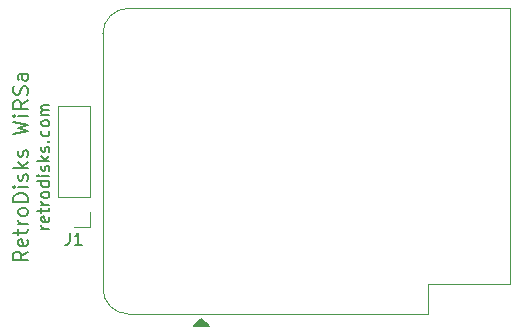
<source format=gbr>
%TF.GenerationSoftware,KiCad,Pcbnew,(6.0.4)*%
%TF.CreationDate,2022-04-21T20:48:54-05:00*%
%TF.ProjectId,WiRSa,57695253-612e-46b6-9963-61645f706362,rev?*%
%TF.SameCoordinates,Original*%
%TF.FileFunction,Legend,Top*%
%TF.FilePolarity,Positive*%
%FSLAX46Y46*%
G04 Gerber Fmt 4.6, Leading zero omitted, Abs format (unit mm)*
G04 Created by KiCad (PCBNEW (6.0.4)) date 2022-04-21 20:48:54*
%MOMM*%
%LPD*%
G01*
G04 APERTURE LIST*
%ADD10C,0.150000*%
%ADD11C,0.120000*%
G04 APERTURE END LIST*
D10*
X72207380Y-94138095D02*
X71540714Y-94138095D01*
X71731190Y-94138095D02*
X71635952Y-94090476D01*
X71588333Y-94042857D01*
X71540714Y-93947619D01*
X71540714Y-93852380D01*
X72159761Y-93138095D02*
X72207380Y-93233333D01*
X72207380Y-93423809D01*
X72159761Y-93519047D01*
X72064523Y-93566666D01*
X71683571Y-93566666D01*
X71588333Y-93519047D01*
X71540714Y-93423809D01*
X71540714Y-93233333D01*
X71588333Y-93138095D01*
X71683571Y-93090476D01*
X71778809Y-93090476D01*
X71874047Y-93566666D01*
X71540714Y-92804761D02*
X71540714Y-92423809D01*
X71207380Y-92661904D02*
X72064523Y-92661904D01*
X72159761Y-92614285D01*
X72207380Y-92519047D01*
X72207380Y-92423809D01*
X72207380Y-92090476D02*
X71540714Y-92090476D01*
X71731190Y-92090476D02*
X71635952Y-92042857D01*
X71588333Y-91995238D01*
X71540714Y-91900000D01*
X71540714Y-91804761D01*
X72207380Y-91328571D02*
X72159761Y-91423809D01*
X72112142Y-91471428D01*
X72016904Y-91519047D01*
X71731190Y-91519047D01*
X71635952Y-91471428D01*
X71588333Y-91423809D01*
X71540714Y-91328571D01*
X71540714Y-91185714D01*
X71588333Y-91090476D01*
X71635952Y-91042857D01*
X71731190Y-90995238D01*
X72016904Y-90995238D01*
X72112142Y-91042857D01*
X72159761Y-91090476D01*
X72207380Y-91185714D01*
X72207380Y-91328571D01*
X72207380Y-90138095D02*
X71207380Y-90138095D01*
X72159761Y-90138095D02*
X72207380Y-90233333D01*
X72207380Y-90423809D01*
X72159761Y-90519047D01*
X72112142Y-90566666D01*
X72016904Y-90614285D01*
X71731190Y-90614285D01*
X71635952Y-90566666D01*
X71588333Y-90519047D01*
X71540714Y-90423809D01*
X71540714Y-90233333D01*
X71588333Y-90138095D01*
X72207380Y-89661904D02*
X71540714Y-89661904D01*
X71207380Y-89661904D02*
X71255000Y-89709523D01*
X71302619Y-89661904D01*
X71255000Y-89614285D01*
X71207380Y-89661904D01*
X71302619Y-89661904D01*
X72159761Y-89233333D02*
X72207380Y-89138095D01*
X72207380Y-88947619D01*
X72159761Y-88852380D01*
X72064523Y-88804761D01*
X72016904Y-88804761D01*
X71921666Y-88852380D01*
X71874047Y-88947619D01*
X71874047Y-89090476D01*
X71826428Y-89185714D01*
X71731190Y-89233333D01*
X71683571Y-89233333D01*
X71588333Y-89185714D01*
X71540714Y-89090476D01*
X71540714Y-88947619D01*
X71588333Y-88852380D01*
X72207380Y-88376190D02*
X71207380Y-88376190D01*
X71826428Y-88280952D02*
X72207380Y-87995238D01*
X71540714Y-87995238D02*
X71921666Y-88376190D01*
X72159761Y-87614285D02*
X72207380Y-87519047D01*
X72207380Y-87328571D01*
X72159761Y-87233333D01*
X72064523Y-87185714D01*
X72016904Y-87185714D01*
X71921666Y-87233333D01*
X71874047Y-87328571D01*
X71874047Y-87471428D01*
X71826428Y-87566666D01*
X71731190Y-87614285D01*
X71683571Y-87614285D01*
X71588333Y-87566666D01*
X71540714Y-87471428D01*
X71540714Y-87328571D01*
X71588333Y-87233333D01*
X72112142Y-86757142D02*
X72159761Y-86709523D01*
X72207380Y-86757142D01*
X72159761Y-86804761D01*
X72112142Y-86757142D01*
X72207380Y-86757142D01*
X72159761Y-85852380D02*
X72207380Y-85947619D01*
X72207380Y-86138095D01*
X72159761Y-86233333D01*
X72112142Y-86280952D01*
X72016904Y-86328571D01*
X71731190Y-86328571D01*
X71635952Y-86280952D01*
X71588333Y-86233333D01*
X71540714Y-86138095D01*
X71540714Y-85947619D01*
X71588333Y-85852380D01*
X72207380Y-85280952D02*
X72159761Y-85376190D01*
X72112142Y-85423809D01*
X72016904Y-85471428D01*
X71731190Y-85471428D01*
X71635952Y-85423809D01*
X71588333Y-85376190D01*
X71540714Y-85280952D01*
X71540714Y-85138095D01*
X71588333Y-85042857D01*
X71635952Y-84995238D01*
X71731190Y-84947619D01*
X72016904Y-84947619D01*
X72112142Y-84995238D01*
X72159761Y-85042857D01*
X72207380Y-85138095D01*
X72207380Y-85280952D01*
X72207380Y-84519047D02*
X71540714Y-84519047D01*
X71635952Y-84519047D02*
X71588333Y-84471428D01*
X71540714Y-84376190D01*
X71540714Y-84233333D01*
X71588333Y-84138095D01*
X71683571Y-84090476D01*
X72207380Y-84090476D01*
X71683571Y-84090476D02*
X71588333Y-84042857D01*
X71540714Y-83947619D01*
X71540714Y-83804761D01*
X71588333Y-83709523D01*
X71683571Y-83661904D01*
X72207380Y-83661904D01*
X70415476Y-96072619D02*
X69820238Y-96489285D01*
X70415476Y-96786904D02*
X69165476Y-96786904D01*
X69165476Y-96310714D01*
X69225000Y-96191666D01*
X69284523Y-96132142D01*
X69403571Y-96072619D01*
X69582142Y-96072619D01*
X69701190Y-96132142D01*
X69760714Y-96191666D01*
X69820238Y-96310714D01*
X69820238Y-96786904D01*
X70355952Y-95060714D02*
X70415476Y-95179761D01*
X70415476Y-95417857D01*
X70355952Y-95536904D01*
X70236904Y-95596428D01*
X69760714Y-95596428D01*
X69641666Y-95536904D01*
X69582142Y-95417857D01*
X69582142Y-95179761D01*
X69641666Y-95060714D01*
X69760714Y-95001190D01*
X69879761Y-95001190D01*
X69998809Y-95596428D01*
X69582142Y-94644047D02*
X69582142Y-94167857D01*
X69165476Y-94465476D02*
X70236904Y-94465476D01*
X70355952Y-94405952D01*
X70415476Y-94286904D01*
X70415476Y-94167857D01*
X70415476Y-93751190D02*
X69582142Y-93751190D01*
X69820238Y-93751190D02*
X69701190Y-93691666D01*
X69641666Y-93632142D01*
X69582142Y-93513095D01*
X69582142Y-93394047D01*
X70415476Y-92798809D02*
X70355952Y-92917857D01*
X70296428Y-92977380D01*
X70177380Y-93036904D01*
X69820238Y-93036904D01*
X69701190Y-92977380D01*
X69641666Y-92917857D01*
X69582142Y-92798809D01*
X69582142Y-92620238D01*
X69641666Y-92501190D01*
X69701190Y-92441666D01*
X69820238Y-92382142D01*
X70177380Y-92382142D01*
X70296428Y-92441666D01*
X70355952Y-92501190D01*
X70415476Y-92620238D01*
X70415476Y-92798809D01*
X70415476Y-91846428D02*
X69165476Y-91846428D01*
X69165476Y-91548809D01*
X69225000Y-91370238D01*
X69344047Y-91251190D01*
X69463095Y-91191666D01*
X69701190Y-91132142D01*
X69879761Y-91132142D01*
X70117857Y-91191666D01*
X70236904Y-91251190D01*
X70355952Y-91370238D01*
X70415476Y-91548809D01*
X70415476Y-91846428D01*
X70415476Y-90596428D02*
X69582142Y-90596428D01*
X69165476Y-90596428D02*
X69225000Y-90655952D01*
X69284523Y-90596428D01*
X69225000Y-90536904D01*
X69165476Y-90596428D01*
X69284523Y-90596428D01*
X70355952Y-90060714D02*
X70415476Y-89941666D01*
X70415476Y-89703571D01*
X70355952Y-89584523D01*
X70236904Y-89525000D01*
X70177380Y-89525000D01*
X70058333Y-89584523D01*
X69998809Y-89703571D01*
X69998809Y-89882142D01*
X69939285Y-90001190D01*
X69820238Y-90060714D01*
X69760714Y-90060714D01*
X69641666Y-90001190D01*
X69582142Y-89882142D01*
X69582142Y-89703571D01*
X69641666Y-89584523D01*
X70415476Y-88989285D02*
X69165476Y-88989285D01*
X69939285Y-88870238D02*
X70415476Y-88513095D01*
X69582142Y-88513095D02*
X70058333Y-88989285D01*
X70355952Y-88036904D02*
X70415476Y-87917857D01*
X70415476Y-87679761D01*
X70355952Y-87560714D01*
X70236904Y-87501190D01*
X70177380Y-87501190D01*
X70058333Y-87560714D01*
X69998809Y-87679761D01*
X69998809Y-87858333D01*
X69939285Y-87977380D01*
X69820238Y-88036904D01*
X69760714Y-88036904D01*
X69641666Y-87977380D01*
X69582142Y-87858333D01*
X69582142Y-87679761D01*
X69641666Y-87560714D01*
X69165476Y-86132142D02*
X70415476Y-85834523D01*
X69522619Y-85596428D01*
X70415476Y-85358333D01*
X69165476Y-85060714D01*
X70415476Y-84584523D02*
X69582142Y-84584523D01*
X69165476Y-84584523D02*
X69225000Y-84644047D01*
X69284523Y-84584523D01*
X69225000Y-84525000D01*
X69165476Y-84584523D01*
X69284523Y-84584523D01*
X70415476Y-83275000D02*
X69820238Y-83691666D01*
X70415476Y-83989285D02*
X69165476Y-83989285D01*
X69165476Y-83513095D01*
X69225000Y-83394047D01*
X69284523Y-83334523D01*
X69403571Y-83275000D01*
X69582142Y-83275000D01*
X69701190Y-83334523D01*
X69760714Y-83394047D01*
X69820238Y-83513095D01*
X69820238Y-83989285D01*
X70355952Y-82798809D02*
X70415476Y-82620238D01*
X70415476Y-82322619D01*
X70355952Y-82203571D01*
X70296428Y-82144047D01*
X70177380Y-82084523D01*
X70058333Y-82084523D01*
X69939285Y-82144047D01*
X69879761Y-82203571D01*
X69820238Y-82322619D01*
X69760714Y-82560714D01*
X69701190Y-82679761D01*
X69641666Y-82739285D01*
X69522619Y-82798809D01*
X69403571Y-82798809D01*
X69284523Y-82739285D01*
X69225000Y-82679761D01*
X69165476Y-82560714D01*
X69165476Y-82263095D01*
X69225000Y-82084523D01*
X70415476Y-81013095D02*
X69760714Y-81013095D01*
X69641666Y-81072619D01*
X69582142Y-81191666D01*
X69582142Y-81429761D01*
X69641666Y-81548809D01*
X70355952Y-81013095D02*
X70415476Y-81132142D01*
X70415476Y-81429761D01*
X70355952Y-81548809D01*
X70236904Y-81608333D01*
X70117857Y-81608333D01*
X69998809Y-81548809D01*
X69939285Y-81429761D01*
X69939285Y-81132142D01*
X69879761Y-81013095D01*
%TO.C,J1*%
X73961666Y-94482380D02*
X73961666Y-95196666D01*
X73914047Y-95339523D01*
X73818809Y-95434761D01*
X73675952Y-95482380D01*
X73580714Y-95482380D01*
X74961666Y-95482380D02*
X74390238Y-95482380D01*
X74675952Y-95482380D02*
X74675952Y-94482380D01*
X74580714Y-94625238D01*
X74485476Y-94720476D01*
X74390238Y-94768095D01*
D11*
X72965000Y-91430000D02*
X72965000Y-83750000D01*
X75625000Y-92700000D02*
X75625000Y-94030000D01*
X75625000Y-83750000D02*
X72965000Y-83750000D01*
X75625000Y-91430000D02*
X72965000Y-91430000D01*
X75625000Y-94030000D02*
X74295000Y-94030000D01*
X75625000Y-91430000D02*
X75625000Y-83750000D01*
%TO.C,U1*%
G36*
X85725000Y-102385000D02*
G01*
X84455000Y-102385000D01*
X85090000Y-101750000D01*
X85725000Y-102385000D01*
G37*
D10*
X85725000Y-102385000D02*
X84455000Y-102385000D01*
X85090000Y-101750000D01*
X85725000Y-102385000D01*
D11*
X76750000Y-99215000D02*
G75*
G03*
X78880000Y-101345000I2130002J2D01*
G01*
X78880000Y-75485000D02*
G75*
G03*
X76750000Y-77615000I0J-2130000D01*
G01*
X111210000Y-75485000D02*
X78880000Y-75485000D01*
X76750000Y-77605000D02*
X76750000Y-99215000D01*
X104310000Y-101345000D02*
X78880000Y-101345000D01*
X111210000Y-98805000D02*
X111210000Y-75485000D01*
X104310000Y-98805000D02*
X111210000Y-98805000D01*
X104310000Y-101345000D02*
X104310000Y-98805000D01*
%TD*%
M02*

</source>
